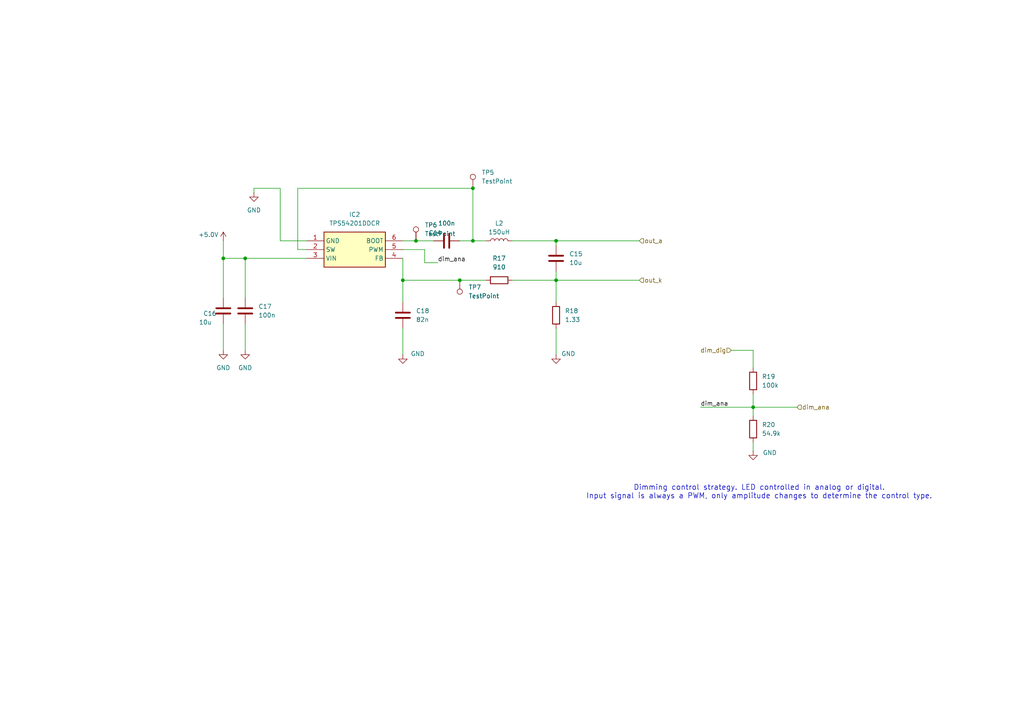
<source format=kicad_sch>
(kicad_sch (version 20250114) (generator "eeschema") (generator_version "9.0")
  (paper "A4")
  (title_block (title "LED driver"))
  (lib_symbols
    (symbol "Connector:TestPoint" (pin_numbers (hide yes)) (pin_names (offset 0.762) (hide yes))
      (property "Reference" "TP" (at 0 6.858 0))
      (property "Value" "TestPoint" (at 0 5.08 0))
      (symbol "TestPoint_0_1"
        (circle (center 0 3.302) (radius 0.762))
      )
      (symbol "TestPoint_1_1"
        (pin passive line (at 0 0 90) (length 2.54) (name "1") (number "1"))
      )
    )
    (symbol "Device:C" (pin_numbers (hide yes)) (pin_names (offset 0.254))
      (property "Reference" "C" (at 0.635 2.54 0))
      (property "Value" "C" (at 0.635 -2.54 0))
      (symbol "C_0_1"
        (polyline (pts (xy -2.032 0.762) (xy 2.032 0.762)) (stroke (width 0.508)))
        (polyline (pts (xy -2.032 -0.762) (xy 2.032 -0.762)) (stroke (width 0.508)))
      )
      (symbol "C_1_1"
        (pin passive line (at 0 3.81 270) (length 2.794) (name "~") (number "1"))
        (pin passive line (at 0 -3.81 90) (length 2.794) (name "~") (number "2"))
      )
    )
    (symbol "Device:L" (pin_numbers (hide yes)) (pin_names (offset 1.016) (hide yes))
      (property "Reference" "L" (at -1.27 0 90))
      (property "Value" "L" (at 1.905 0 90))
      (symbol "L_0_1"
        (arc (start 0 2.54) (mid 0.6323 1.905) (end 0 1.27))
        (arc (start 0 1.27) (mid 0.6323 0.635) (end 0 0))
        (arc (start 0 0) (mid 0.6323 -0.635) (end 0 -1.27))
        (arc (start 0 -1.27) (mid 0.6323 -1.905) (end 0 -2.54))
      )
      (symbol "L_1_1"
        (pin passive line (at 0 3.81 270) (length 1.27) (name "1") (number "1"))
        (pin passive line (at 0 -3.81 90) (length 1.27) (name "2") (number "2"))
      )
    )
    (symbol "Device:R" (pin_numbers (hide yes)) (pin_names (offset 0))
      (property "Reference" "R" (at 2.032 0 90))
      (property "Value" "R" (at 0 0 90))
      (symbol "R_0_1"
        (rectangle (start -1.016 -2.54) (end 1.016 2.54) (stroke (width 0.254)))
      )
      (symbol "R_1_1"
        (pin passive line (at 0 3.81 270) (length 1.27) (name "~") (number "1"))
        (pin passive line (at 0 -3.81 90) (length 1.27) (name "~") (number "2"))
      )
    )
    (symbol "TPS54201DDCR:TPS54201DDCR"
      (property "Reference" "IC" (at 24.13 7.62 0))
      (property "Value" "TPS54201DDCR" (at 24.13 5.08 0))
      (symbol "TPS54201DDCR_1_1"
        (rectangle (start 5.08 2.54) (end 22.86 -7.62) (stroke (width 0.254)) (fill (type background)))
        (pin passive line (at 0 0 0) (length 5.08) (name "GND") (number "1"))
        (pin passive line (at 0 -2.54 0) (length 5.08) (name "SW") (number "2"))
        (pin passive line (at 0 -5.08 0) (length 5.08) (name "VIN") (number "3"))
        (pin passive line (at 27.94 0 180) (length 5.08) (name "BOOT") (number "6"))
        (pin passive line (at 27.94 -2.54 180) (length 5.08) (name "PWM") (number "5"))
        (pin passive line (at 27.94 -5.08 180) (length 5.08) (name "FB") (number "4"))
      )
    )
    (symbol "power:+3.3V" (power) (pin_numbers (hide yes)) (pin_names (offset 0) (hide yes))
      (property "Value" "+3.3V" (at 0 3.556 0))
      (symbol "+3.3V_0_1"
        (polyline (pts (xy -0.762 1.27) (xy 0 2.54)))
        (polyline (pts (xy 0 2.54) (xy 0.762 1.27)))
        (polyline (pts (xy 0 0) (xy 0 2.54)))
      )
      (symbol "+3.3V_1_1"
        (pin power_in line (at 0 0 90) (length 0) (name "~") (number "1"))
      )
    )
    (symbol "power:GND" (power) (pin_numbers (hide yes)) (pin_names (offset 0) (hide yes))
      (property "Value" "GND" (at 0 -3.81 0))
      (symbol "GND_0_1"
        (polyline (pts (xy 0 0) (xy 0 -1.27) (xy 1.27 -1.27) (xy 0 -2.54) (xy -1.27 -1.27) (xy 0 -1.27)))
      )
      (symbol "GND_1_1"
        (pin power_in line (at 0 0 270) (length 0) (name "~") (number "1"))
      )
    )
  )
  (text "Dimming control strategy. LED controlled in analog or digital.\nInput signal is always a PWM, only amplitude changes to determine the control type." (at 220.218 142.748 0) (effects (font (size 1.524 1.524))))
  (junction (at 71.12 74.93))
  (junction (at 133.35 81.28))
  (junction (at 161.29 81.28))
  (junction (at 218.44 118.11))
  (junction (at 137.16 69.85))
  (junction (at 64.77 74.93))
  (junction (at 161.29 69.85))
  (junction (at 137.16 54.61))
  (junction (at 116.84 81.28))
  (junction (at 120.65 69.85))
  (wire (pts (xy 86.36 72.39) (xy 86.36 54.61)))
  (wire (pts (xy 127 76.2) (xy 123.19 76.2)))
  (wire (pts (xy 218.44 101.6) (xy 218.44 106.68)))
  (wire (pts (xy 137.16 69.85) (xy 140.97 69.85)))
  (wire (pts (xy 116.84 95.25) (xy 116.84 102.87)))
  (wire (pts (xy 218.44 118.11) (xy 231.14 118.11)))
  (wire (pts (xy 81.28 69.85) (xy 88.9 69.85)))
  (wire (pts (xy 64.77 69.85) (xy 64.77 74.93)))
  (wire (pts (xy 148.59 69.85) (xy 161.29 69.85)))
  (wire (pts (xy 137.16 54.61) (xy 137.16 69.85)))
  (wire (pts (xy 218.44 128.27) (xy 218.44 130.81)))
  (wire (pts (xy 116.84 81.28) (xy 133.35 81.28)))
  (wire (pts (xy 71.12 74.93) (xy 71.12 86.36)))
  (wire (pts (xy 161.29 81.28) (xy 185.42 81.28)))
  (wire (pts (xy 88.9 72.39) (xy 86.36 72.39)))
  (wire (pts (xy 123.19 76.2) (xy 123.19 72.39)))
  (wire (pts (xy 218.44 114.3) (xy 218.44 118.11)))
  (wire (pts (xy 161.29 69.85) (xy 185.42 69.85)))
  (wire (pts (xy 116.84 74.93) (xy 116.84 81.28)))
  (wire (pts (xy 73.66 54.61) (xy 73.66 55.88)))
  (wire (pts (xy 120.65 69.85) (xy 125.73 69.85)))
  (wire (pts (xy 161.29 95.25) (xy 161.29 102.87)))
  (wire (pts (xy 212.09 101.6) (xy 218.44 101.6)))
  (wire (pts (xy 161.29 78.74) (xy 161.29 81.28)))
  (wire (pts (xy 203.2 118.11) (xy 218.44 118.11)))
  (wire (pts (xy 73.66 54.61) (xy 81.28 54.61)))
  (wire (pts (xy 64.77 74.93) (xy 71.12 74.93)))
  (wire (pts (xy 133.35 81.28) (xy 140.97 81.28)))
  (wire (pts (xy 116.84 69.85) (xy 120.65 69.85)))
  (wire (pts (xy 86.36 54.61) (xy 137.16 54.61)))
  (wire (pts (xy 71.12 93.98) (xy 71.12 101.6)))
  (wire (pts (xy 161.29 69.85) (xy 161.29 71.12)))
  (wire (pts (xy 133.35 69.85) (xy 137.16 69.85)))
  (wire (pts (xy 218.44 118.11) (xy 218.44 120.65)))
  (wire (pts (xy 116.84 81.28) (xy 116.84 87.63)))
  (wire (pts (xy 81.28 54.61) (xy 81.28 69.85)))
  (wire (pts (xy 161.29 81.28) (xy 161.29 87.63)))
  (wire (pts (xy 123.19 72.39) (xy 116.84 72.39)))
  (wire (pts (xy 64.77 74.93) (xy 64.77 86.36)))
  (wire (pts (xy 71.12 74.93) (xy 88.9 74.93)))
  (wire (pts (xy 148.59 81.28) (xy 161.29 81.28)))
  (wire (pts (xy 64.77 93.98) (xy 64.77 101.6)))
  (label "dim_ana" (at 203.2 118.11 0))
  (label "dim_ana" (at 127 76.2 0))
  (hierarchical_label "dim_ana" (shape input) (at 231.14 118.11 0))
  (hierarchical_label "out_a" (shape input) (at 185.42 69.85 0))
  (hierarchical_label "out_k" (shape input) (at 185.42 81.28 0))
  (hierarchical_label "dim_dig" (shape input) (at 212.09 101.6 180))
  (symbol (lib_id "Device:C") (at 129.54 69.85 90) (unit 1)
    (property "Reference" "C9" (at 126.238 67.564 90))
    (property "Value" "100n" (at 129.54 64.77 90))
    (property "Footprint" "Capacitor_SMD:C_0603_1608Metric_Pad1.08x0.95mm_HandSolder" (effects (hide yes)))
    (property "Description" "Unpolarized capacitor" (effects (hide yes)))
    (instances (project "rgbw_pmod" (path "" (reference "C14") (unit 1)) (path "" (reference "C9") (unit 1)) (path "" (reference "C19") (unit 1)) (path "" (reference "C24") (unit 1))))
  )
  (symbol (lib_id "power:GND") (at 116.84 102.87 0) (unit 1)
    (property "Reference" "#PWR045" (effects (hide yes)))
    (property "Value" "GND" (at 121.158 102.616 0))
    (property "Description" "Power symbol creates a global label with name \"GND\" , ground" (effects (hide yes)))
    (instances (project "rgbw_pmod" (path "" (reference "#PWR052") (unit 1)) (path "" (reference "#PWR045") (unit 1)) (path "" (reference "#PWR059") (unit 1)) (path "" (reference "#PWR066") (unit 1))))
  )
  (symbol (lib_id "Connector:TestPoint") (at 137.16 54.61 0) (unit 1)
    (property "Reference" "TP1" (at 139.7 50.0379 0) (effects (justify left)))
    (property "Value" "TestPoint" (at 139.7 52.5779 0) (effects (justify left)))
    (property "Footprint" "TestPoint:TestPoint_Pad_D1.0mm" (effects (hide yes)))
    (property "Description" "test point" (effects (hide yes)))
    (instances (project "rgbw_pmod" (path "" (reference "TP5") (unit 1)) (path "" (reference "TP1") (unit 1)) (path "" (reference "TP9") (unit 1)) (path "" (reference "TP13") (unit 1))))
  )
  (symbol (lib_id "power:+3.3V") (at 64.77 69.85 0) (unit 1)
    (property "Reference" "#PWR042" (effects (hide yes)))
    (property "Value" "+5.0V" (at 60.452 68.072 0))
    (property "Description" "Power symbol creates a global label with name \"+3.3V\"" (effects (hide yes)))
    (instances (project "rgbw_pmod" (path "" (reference "#PWR049") (unit 1)) (path "" (reference "#PWR042") (unit 1)) (path "" (reference "#PWR056") (unit 1)) (path "" (reference "#PWR063") (unit 1))))
  )
  (symbol (lib_id "power:GND") (at 218.44 130.81 0) (unit 1)
    (property "Reference" "#PWR047" (effects (hide yes)))
    (property "Value" "GND" (at 223.266 131.318 0))
    (property "Description" "Power symbol creates a global label with name \"GND\" , ground" (effects (hide yes)))
    (instances (project "rgbw_pmod" (path "" (reference "#PWR054") (unit 1)) (path "" (reference "#PWR047") (unit 1)) (path "" (reference "#PWR061") (unit 1)) (path "" (reference "#PWR068") (unit 1))))
  )
  (symbol (lib_id "Device:C") (at 64.77 90.17 0) (unit 1)
    (property "Reference" "C11" (at 58.928 90.932 0) (effects (justify left)))
    (property "Value" "10u" (at 57.658 93.472 0) (effects (justify left)))
    (property "Footprint" "Capacitor_SMD:C_0805_2012Metric_Pad1.18x1.45mm_HandSolder" (effects (hide yes)))
    (property "Description" "Unpolarized capacitor" (effects (hide yes)))
    (instances (project "rgbw_pmod" (path "" (reference "C16") (unit 1)) (path "" (reference "C11") (unit 1)) (path "" (reference "C21") (unit 1)) (path "" (reference "C26") (unit 1))))
  )
  (symbol (lib_id "Device:R") (at 144.78 81.28 90) (unit 1)
    (property "Reference" "R13" (at 144.78 74.93 90))
    (property "Value" "910" (at 144.78 77.47 90))
    (property "Footprint" "Resistor_SMD:R_0603_1608Metric_Pad0.98x0.95mm_HandSolder" (effects (hide yes)))
    (property "Description" "Resistor" (effects (hide yes)))
    (instances (project "rgbw_pmod" (path "" (reference "R17") (unit 1)) (path "" (reference "R13") (unit 1)) (path "" (reference "R21") (unit 1)) (path "" (reference "R25") (unit 1))))
  )
  (symbol (lib_id "Device:C") (at 161.29 74.93 0) (unit 1)
    (property "Reference" "C10" (at 165.1 73.6599 0) (effects (justify left)))
    (property "Value" "10u" (at 165.1 76.1999 0) (effects (justify left)))
    (property "Footprint" "Capacitor_SMD:C_0805_2012Metric_Pad1.18x1.45mm_HandSolder" (effects (hide yes)))
    (property "Description" "Unpolarized capacitor" (effects (hide yes)))
    (instances (project "rgbw_pmod" (path "" (reference "C15") (unit 1)) (path "" (reference "C10") (unit 1)) (path "" (reference "C20") (unit 1)) (path "" (reference "C25") (unit 1))))
  )
  (symbol (lib_id "power:GND") (at 71.12 101.6 0) (unit 1)
    (property "Reference" "#PWR044" (effects (hide yes)))
    (property "Value" "GND" (at 71.12 106.68 0))
    (property "Description" "Power symbol creates a global label with name \"GND\" , ground" (effects (hide yes)))
    (instances (project "rgbw_pmod" (path "" (reference "#PWR051") (unit 1)) (path "" (reference "#PWR044") (unit 1)) (path "" (reference "#PWR058") (unit 1)) (path "" (reference "#PWR065") (unit 1))))
  )
  (symbol (lib_id "power:GND") (at 161.29 102.87 0) (unit 1)
    (property "Reference" "#PWR046" (effects (hide yes)))
    (property "Value" "GND" (at 164.846 102.616 0))
    (property "Description" "Power symbol creates a global label with name \"GND\" , ground" (effects (hide yes)))
    (instances (project "rgbw_pmod" (path "" (reference "#PWR053") (unit 1)) (path "" (reference "#PWR046") (unit 1)) (path "" (reference "#PWR060") (unit 1)) (path "" (reference "#PWR067") (unit 1))))
  )
  (symbol (lib_id "Device:C") (at 116.84 91.44 180) (unit 1)
    (property "Reference" "C13" (at 120.65 90.1699 0) (effects (justify right)))
    (property "Value" "82n" (at 120.65 92.7099 0) (effects (justify right)))
    (property "Footprint" "Capacitor_SMD:C_0603_1608Metric_Pad1.08x0.95mm_HandSolder" (effects (hide yes)))
    (property "Description" "Unpolarized capacitor" (effects (hide yes)))
    (instances (project "rgbw_pmod" (path "" (reference "C18") (unit 1)) (path "" (reference "C13") (unit 1)) (path "" (reference "C23") (unit 1)) (path "" (reference "C28") (unit 1))))
  )
  (symbol (lib_id "Connector:TestPoint") (at 133.35 81.28 180) (unit 1)
    (property "Reference" "TP3" (at 135.89 83.3119 0) (effects (justify right)))
    (property "Value" "TestPoint" (at 135.89 85.8519 0) (effects (justify right)))
    (property "Footprint" "TestPoint:TestPoint_Keystone_5015_Micro_Mini" (effects (hide yes)))
    (property "Description" "C159868" (effects (hide yes)))
    (instances (project "rgbw_pmod" (path "" (reference "TP7") (unit 1)) (path "" (reference "TP3") (unit 1)) (path "" (reference "TP11") (unit 1)) (path "" (reference "TP15") (unit 1))))
  )
  (symbol (lib_id "Device:R") (at 218.44 110.49 0) (unit 1)
    (property "Reference" "R15" (at 220.98 109.2199 0) (effects (justify left)))
    (property "Value" "100k" (at 220.98 111.7599 0) (effects (justify left)))
    (property "Footprint" "Resistor_SMD:R_0603_1608Metric_Pad0.98x0.95mm_HandSolder" (effects (hide yes)))
    (property "Description" "Resistor" (effects (hide yes)))
    (instances (project "rgbw_pmod" (path "" (reference "R19") (unit 1)) (path "" (reference "R15") (unit 1)) (path "" (reference "R23") (unit 1)) (path "" (reference "R27") (unit 1))))
  )
  (symbol (lib_id "Device:L") (at 144.78 69.85 90) (unit 1)
    (property "Reference" "L1" (at 144.78 64.77 90))
    (property "Value" "150uH" (at 144.78 67.31 90))
    (property "Footprint" "SRR5028:IND_BOURNS_SRR5028" (effects (hide yes)))
    (property "Description" "Inductor" (effects (hide yes)))
    (instances (project "rgbw_pmod" (path "" (reference "L2") (unit 1)) (path "" (reference "L1") (unit 1)) (path "" (reference "L3") (unit 1)) (path "" (reference "L4") (unit 1))))
  )
  (symbol (lib_id "power:GND") (at 73.66 55.88 0) (unit 1)
    (property "Reference" "#PWR041" (effects (hide yes)))
    (property "Value" "GND" (at 73.66 60.96 0))
    (property "Description" "Power symbol creates a global label with name \"GND\" , ground" (effects (hide yes)))
    (instances (project "rgbw_pmod" (path "" (reference "#PWR048") (unit 1)) (path "" (reference "#PWR041") (unit 1)) (path "" (reference "#PWR055") (unit 1)) (path "" (reference "#PWR062") (unit 1))))
  )
  (symbol (lib_id "TPS54201DDCR:TPS54201DDCR") (at 88.9 69.85 0) (unit 1)
    (property "Reference" "IC1" (at 102.87 62.23 0))
    (property "Value" "TPS54201DDCR" (at 102.87 64.77 0))
    (property "Footprint" "TPS54201DDCR:SOT95P280X110-6N" (effects (hide yes)))
    (property "Datasheet" "http://www.ti.com/lit/gpn/TPS54201" (effects (hide yes)))
    (property "Description" "4.5V-to-28V Input Voltage, Synchronous Buck LED Driver" (effects (hide yes)))
    (property "Height" "1.1" (effects (hide yes)))
    (property "Mouser Part Number" "595-TPS54201DDCR" (effects (hide yes)))
    (property "Mouser Price/Stock" "https://www.mouser.co.uk/ProductDetail/Texas-Instruments/TPS54201DDCR?qs=u4fy%2FsgLU9Oj9Nldv60L7g%3D%3D" (effects (hide yes)))
    (property "Manufacturer_Name" "Texas Instruments" (effects (hide yes)))
    (property "Manufacturer_Part_Number" "TPS54201DDCR" (effects (hide yes)))
    (instances (project "rgbw_pmod" (path "" (reference "IC2") (unit 1)) (path "" (reference "IC1") (unit 1)) (path "" (reference "IC3") (unit 1)) (path "" (reference "IC4") (unit 1))))
  )
  (symbol (lib_id "Device:C") (at 71.12 90.17 0) (unit 1)
    (property "Reference" "C12" (at 74.93 88.8999 0) (effects (justify left)))
    (property "Value" "100n" (at 74.93 91.4399 0) (effects (justify left)))
    (property "Footprint" "Capacitor_SMD:C_0603_1608Metric_Pad1.08x0.95mm_HandSolder" (effects (hide yes)))
    (property "Description" "Unpolarized capacitor" (effects (hide yes)))
    (instances (project "rgbw_pmod" (path "" (reference "C17") (unit 1)) (path "" (reference "C12") (unit 1)) (path "" (reference "C22") (unit 1)) (path "" (reference "C27") (unit 1))))
  )
  (symbol (lib_id "Connector:TestPoint") (at 120.65 69.85 0) (unit 1)
    (property "Reference" "TP2" (at 123.19 65.2779 0) (effects (justify left)))
    (property "Value" "TestPoint" (at 123.19 67.8179 0) (effects (justify left)))
    (property "Footprint" "TestPoint_Keystone_5015_Micro_Mini" (effects (hide yes)))
    (property "Description" "C159868" (effects (hide yes)))
    (instances (project "rgbw_pmod" (path "" (reference "TP6") (unit 1)) (path "" (reference "TP2") (unit 1)) (path "" (reference "TP10") (unit 1)) (path "" (reference "TP14") (unit 1))))
  )
  (symbol (lib_id "Device:R") (at 161.29 91.44 0) (unit 1)
    (property "Reference" "R14" (at 163.83 90.1699 0) (effects (justify left)))
    (property "Value" "1.33" (at 163.83 92.7099 0) (effects (justify left)))
    (property "Footprint" "Resistor_SMD:R_0805_2012Metric_Pad1.20x1.40mm_HandSolder" (effects (hide yes)))
    (property "Description" "Resistor" (effects (hide yes)))
    (instances (project "rgbw_pmod" (path "" (reference "R18") (unit 1)) (path "" (reference "R14") (unit 1)) (path "" (reference "R22") (unit 1)) (path "" (reference "R26") (unit 1))))
  )
  (symbol (lib_id "power:GND") (at 64.77 101.6 0) (unit 1)
    (property "Reference" "#PWR043" (effects (hide yes)))
    (property "Value" "GND" (at 64.77 106.68 0))
    (property "Description" "Power symbol creates a global label with name \"GND\" , ground" (effects (hide yes)))
    (instances (project "rgbw_pmod" (path "" (reference "#PWR050") (unit 1)) (path "" (reference "#PWR043") (unit 1)) (path "" (reference "#PWR057") (unit 1)) (path "" (reference "#PWR064") (unit 1))))
  )
  (symbol (lib_id "Device:R") (at 218.44 124.46 0) (unit 1)
    (property "Reference" "R16" (at 220.98 123.1899 0) (effects (justify left)))
    (property "Value" "54.9k" (at 220.98 125.7299 0) (effects (justify left)))
    (property "Footprint" "Resistor_SMD:R_0603_1608Metric_Pad0.98x0.95mm_HandSolder" (effects (hide yes)))
    (property "Description" "Resistor" (effects (hide yes)))
    (instances (project "rgbw_pmod" (path "" (reference "R20") (unit 1)) (path "" (reference "R16") (unit 1)) (path "" (reference "R24") (unit 1)) (path "" (reference "R28") (unit 1))))
  )
)
</source>
